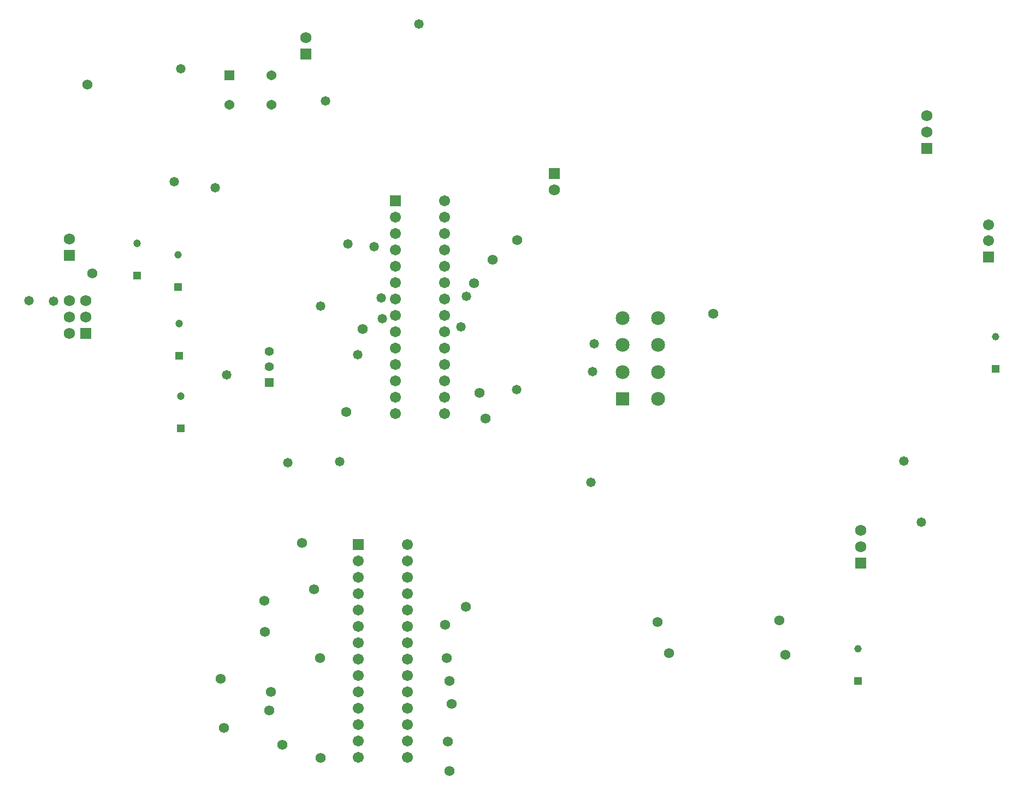
<source format=gbs>
G04*
G04 #@! TF.GenerationSoftware,Altium Limited,Altium Designer,21.4.1 (30)*
G04*
G04 Layer_Color=16711935*
%FSLAX25Y25*%
%MOIN*%
G70*
G04*
G04 #@! TF.SameCoordinates,DDA1B4C3-BA79-4B98-AE68-5F17814B577F*
G04*
G04*
G04 #@! TF.FilePolarity,Negative*
G04*
G01*
G75*
%ADD17R,0.04528X0.04528*%
%ADD18C,0.04528*%
%ADD19C,0.06181*%
%ADD20R,0.06063X0.06063*%
%ADD21C,0.06063*%
%ADD22R,0.06706X0.06706*%
%ADD23C,0.06706*%
%ADD24R,0.06902X0.06902*%
%ADD25C,0.06902*%
%ADD26C,0.08477*%
%ADD27R,0.08477X0.08477*%
%ADD28R,0.06706X0.06706*%
%ADD29C,0.05524*%
%ADD30R,0.05524X0.05524*%
%ADD31R,0.04724X0.04724*%
%ADD32C,0.04724*%
%ADD33C,0.05800*%
D17*
X612500Y255658D02*
D03*
X528500Y65158D02*
D03*
X113500Y305658D02*
D03*
D18*
X612500Y275342D02*
D03*
X528500Y84842D02*
D03*
X113500Y325342D02*
D03*
D19*
X58000Y429500D02*
D03*
X200000Y79000D02*
D03*
X484000Y81000D02*
D03*
X480500Y102000D02*
D03*
X413000Y82000D02*
D03*
X406000Y101000D02*
D03*
X170000Y58500D02*
D03*
X139500Y66500D02*
D03*
X280500Y51000D02*
D03*
X278000Y28000D02*
D03*
X279000Y10000D02*
D03*
X200500Y18000D02*
D03*
X177000Y26000D02*
D03*
X141500Y36500D02*
D03*
X169000Y47000D02*
D03*
X166500Y95000D02*
D03*
X166000Y114000D02*
D03*
X196500Y121000D02*
D03*
X189000Y149500D02*
D03*
X289000Y110500D02*
D03*
X276500Y99500D02*
D03*
X277500Y79000D02*
D03*
X279000Y65000D02*
D03*
X226000Y280000D02*
D03*
X440000Y289500D02*
D03*
X297500Y241000D02*
D03*
X301000Y225500D02*
D03*
X216000Y229500D02*
D03*
X61000Y314000D02*
D03*
X320500Y334500D02*
D03*
X305500Y322500D02*
D03*
X294000Y308000D02*
D03*
D20*
X144705Y434858D02*
D03*
D21*
X170295D02*
D03*
X144705Y417142D02*
D03*
X170295D02*
D03*
D22*
X608000Y324158D02*
D03*
D23*
Y334000D02*
D03*
Y343843D02*
D03*
X223500Y138500D02*
D03*
Y128500D02*
D03*
Y118500D02*
D03*
Y108500D02*
D03*
Y98500D02*
D03*
Y88500D02*
D03*
Y78500D02*
D03*
Y68500D02*
D03*
Y58500D02*
D03*
Y48500D02*
D03*
Y38500D02*
D03*
Y28500D02*
D03*
Y18500D02*
D03*
X253500Y148500D02*
D03*
Y138500D02*
D03*
Y128500D02*
D03*
Y118500D02*
D03*
Y108500D02*
D03*
Y98500D02*
D03*
Y88500D02*
D03*
Y78500D02*
D03*
Y68500D02*
D03*
Y58500D02*
D03*
Y48500D02*
D03*
Y38500D02*
D03*
Y28500D02*
D03*
Y18500D02*
D03*
X276000Y228500D02*
D03*
Y238500D02*
D03*
Y248500D02*
D03*
Y258500D02*
D03*
Y268500D02*
D03*
Y278500D02*
D03*
Y288500D02*
D03*
Y298500D02*
D03*
Y308500D02*
D03*
Y318500D02*
D03*
Y328500D02*
D03*
Y338500D02*
D03*
Y348500D02*
D03*
Y358500D02*
D03*
X246000Y228500D02*
D03*
Y238500D02*
D03*
Y248500D02*
D03*
Y258500D02*
D03*
Y268500D02*
D03*
Y278500D02*
D03*
Y288500D02*
D03*
Y298500D02*
D03*
Y308500D02*
D03*
Y318500D02*
D03*
Y328500D02*
D03*
Y338500D02*
D03*
Y348500D02*
D03*
D24*
X191500Y448000D02*
D03*
X530000Y137000D02*
D03*
X570500Y390500D02*
D03*
X47000Y325000D02*
D03*
X57000Y277500D02*
D03*
X343000Y375000D02*
D03*
D25*
X191500Y458000D02*
D03*
X530000Y147000D02*
D03*
Y157000D02*
D03*
X570500Y400500D02*
D03*
Y410500D02*
D03*
X47000Y335000D02*
D03*
Y297500D02*
D03*
Y287500D02*
D03*
X57000Y297500D02*
D03*
Y287500D02*
D03*
X47000Y277500D02*
D03*
X343000Y365000D02*
D03*
D26*
X406327Y270268D02*
D03*
Y253732D02*
D03*
Y237197D02*
D03*
X384673Y270268D02*
D03*
Y253732D02*
D03*
Y286803D02*
D03*
X406327D02*
D03*
D27*
X384673Y237197D02*
D03*
D28*
X223500Y148500D02*
D03*
X246000Y358500D02*
D03*
D29*
X169000Y266500D02*
D03*
Y256894D02*
D03*
D30*
Y247287D02*
D03*
D31*
X115000Y219315D02*
D03*
X114000Y263815D02*
D03*
X88500Y312657D02*
D03*
D32*
X115000Y239000D02*
D03*
X114000Y283500D02*
D03*
X88500Y332343D02*
D03*
D33*
X111000Y370000D02*
D03*
X115000Y439000D02*
D03*
X260500Y466500D02*
D03*
X203500Y419500D02*
D03*
X143000Y252000D02*
D03*
X136000Y366500D02*
D03*
X367500Y271000D02*
D03*
X237500Y299000D02*
D03*
X238000Y286500D02*
D03*
X37500Y297000D02*
D03*
X22500Y297500D02*
D03*
X567000Y162000D02*
D03*
X556500Y199500D02*
D03*
X366500Y254000D02*
D03*
X365500Y186500D02*
D03*
X286000Y281500D02*
D03*
X289500Y300047D02*
D03*
X320000Y243000D02*
D03*
X233000Y330500D02*
D03*
X212000Y199000D02*
D03*
X217000Y332000D02*
D03*
X180500Y198500D02*
D03*
X223000Y264500D02*
D03*
X200475Y294025D02*
D03*
M02*

</source>
